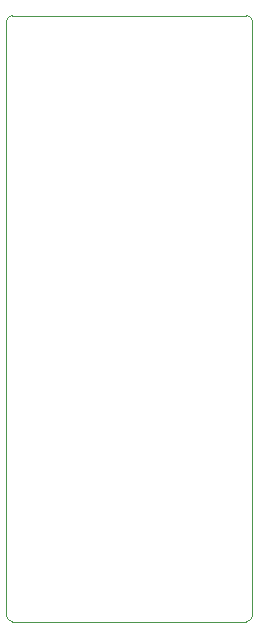
<source format=gbr>
G04 #@! TF.GenerationSoftware,KiCad,Pcbnew,5.1.2*
G04 #@! TF.CreationDate,2019-08-04T19:59:17+02:00*
G04 #@! TF.ProjectId,neutron-c,6e657574-726f-46e2-9d63-2e6b69636164,rev?*
G04 #@! TF.SameCoordinates,Original*
G04 #@! TF.FileFunction,Profile,NP*
%FSLAX46Y46*%
G04 Gerber Fmt 4.6, Leading zero omitted, Abs format (unit mm)*
G04 Created by KiCad (PCBNEW 5.1.2) date 2019-08-04 19:59:17*
%MOMM*%
%LPD*%
G04 APERTURE LIST*
%ADD10C,0.050000*%
G04 APERTURE END LIST*
D10*
X186436000Y-62484000D02*
X166624000Y-62484000D01*
X186944000Y-11684000D02*
X186944000Y-61976000D01*
X166624000Y-11176000D02*
X186436000Y-11176000D01*
X166116000Y-61976000D02*
X166116000Y-11684000D01*
X166624000Y-62484000D02*
G75*
G02X166116000Y-61976000I0J508000D01*
G01*
X186944000Y-61976000D02*
G75*
G02X186436000Y-62484000I-508000J0D01*
G01*
X186436000Y-11176000D02*
G75*
G02X186944000Y-11684000I0J-508000D01*
G01*
X166116000Y-11684000D02*
G75*
G02X166624000Y-11176000I508000J0D01*
G01*
M02*

</source>
